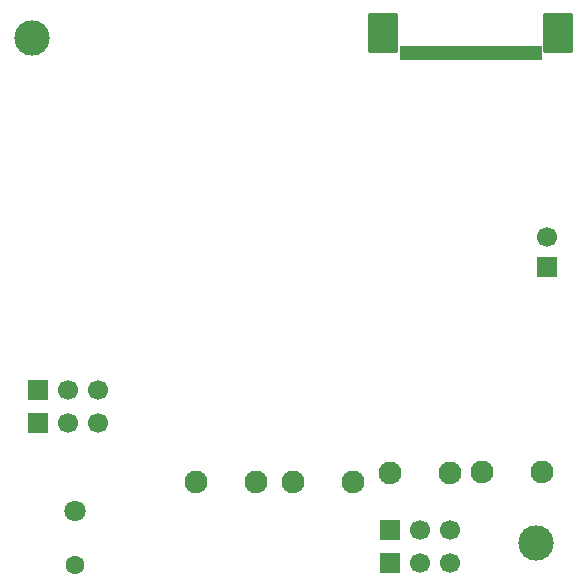
<source format=gbs>
%TF.GenerationSoftware,KiCad,Pcbnew,9.0.7*%
%TF.CreationDate,2026-02-16T18:04:32-06:00*%
%TF.ProjectId,326pcb,33323670-6362-42e6-9b69-6361645f7063,rev?*%
%TF.SameCoordinates,Original*%
%TF.FileFunction,Soldermask,Bot*%
%TF.FilePolarity,Negative*%
%FSLAX46Y46*%
G04 Gerber Fmt 4.6, Leading zero omitted, Abs format (unit mm)*
G04 Created by KiCad (PCBNEW 9.0.7) date 2026-02-16 18:04:32*
%MOMM*%
%LPD*%
G01*
G04 APERTURE LIST*
G04 Aperture macros list*
%AMRoundRect*
0 Rectangle with rounded corners*
0 $1 Rounding radius*
0 $2 $3 $4 $5 $6 $7 $8 $9 X,Y pos of 4 corners*
0 Add a 4 corners polygon primitive as box body*
4,1,4,$2,$3,$4,$5,$6,$7,$8,$9,$2,$3,0*
0 Add four circle primitives for the rounded corners*
1,1,$1+$1,$2,$3*
1,1,$1+$1,$4,$5*
1,1,$1+$1,$6,$7*
1,1,$1+$1,$8,$9*
0 Add four rect primitives between the rounded corners*
20,1,$1+$1,$2,$3,$4,$5,0*
20,1,$1+$1,$4,$5,$6,$7,0*
20,1,$1+$1,$6,$7,$8,$9,0*
20,1,$1+$1,$8,$9,$2,$3,0*%
G04 Aperture macros list end*
%ADD10C,3.000000*%
%ADD11R,1.700000X1.700000*%
%ADD12C,1.700000*%
%ADD13C,1.930400*%
%ADD14C,1.600000*%
%ADD15C,1.800000*%
%ADD16RoundRect,0.080000X-0.150000X-0.550000X0.150000X-0.550000X0.150000X0.550000X-0.150000X0.550000X0*%
%ADD17RoundRect,0.102000X-1.150000X-1.550000X1.150000X-1.550000X1.150000X1.550000X-1.150000X1.550000X0*%
G04 APERTURE END LIST*
D10*
%TO.C,REF\u002A\u002A*%
X196530000Y-90440000D03*
%TD*%
%TO.C,REF\u002A\u002A*%
X153840000Y-47650000D03*
%TD*%
D11*
%TO.C,USB*%
X154380000Y-80250000D03*
D12*
X156920000Y-80250000D03*
X159460000Y-80250000D03*
%TD*%
D11*
%TO.C,J6*%
X154380000Y-77500000D03*
D12*
X156920000Y-77500000D03*
X159460000Y-77500000D03*
%TD*%
D13*
%TO.C,PRVSN*%
X184210000Y-84500000D03*
X189290000Y-84500000D03*
%TD*%
D11*
%TO.C,JMP*%
X197500000Y-67025000D03*
D12*
X197500000Y-64485000D03*
%TD*%
D13*
%TO.C,IO0*%
X175960000Y-85250000D03*
X181040000Y-85250000D03*
%TD*%
%TO.C,MCU RST*%
X191960000Y-84400000D03*
X197040000Y-84400000D03*
%TD*%
D11*
%TO.C,J4*%
X184190000Y-89310000D03*
D12*
X186730000Y-89310000D03*
X189270000Y-89310000D03*
%TD*%
D11*
%TO.C,PRGM*%
X184190000Y-92080000D03*
D12*
X186730000Y-92080000D03*
X189270000Y-92080000D03*
%TD*%
D14*
%TO.C,J7*%
X157500000Y-92250000D03*
D15*
X157500000Y-87750000D03*
%TD*%
D13*
%TO.C,WiFi RST*%
X167710000Y-85250000D03*
X172790000Y-85250000D03*
%TD*%
D16*
%TO.C,J2*%
X185250000Y-48962500D03*
X185750000Y-48962500D03*
X186250000Y-48962500D03*
X186750000Y-48962500D03*
X187250000Y-48962500D03*
X187750000Y-48962500D03*
X188250000Y-48962500D03*
X188750000Y-48962500D03*
X189250000Y-48962500D03*
X189750000Y-48962500D03*
X190250000Y-48962500D03*
X190750000Y-48962500D03*
X191250000Y-48962500D03*
X191750000Y-48962500D03*
X192250000Y-48962500D03*
X192750000Y-48962500D03*
X193250000Y-48962500D03*
X193750000Y-48962500D03*
X194250000Y-48962500D03*
X194750000Y-48962500D03*
X195250000Y-48962500D03*
X195750000Y-48962500D03*
X196250000Y-48962500D03*
X196750000Y-48962500D03*
D17*
X183580000Y-47262500D03*
X198420000Y-47262500D03*
%TD*%
M02*

</source>
